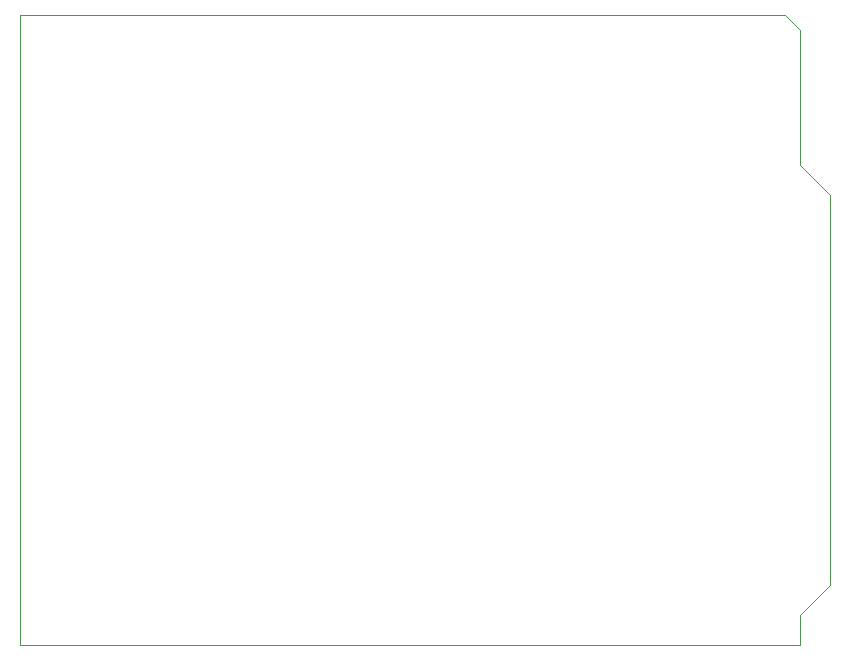
<source format=gbr>
G04 GERBER ASCII OUTPUT FROM: EDWINXP (VER. 1.61 REV. 20080915)*
G04 GERBER FORMAT: RX-274-X*
G04 BOARD: AMICUS - SOLDERBOARD*
G04 ARTWORK OF Z POSITIVE*
%ASAXBY*%
%FSLAX23Y23*%
%MIA0B0*%
%MOIN*%
%OFA0.0000B0.0000*%
%SFA1B1*%
%IJA0B0*%
%INLAYER28POS*%
%IOA0B0*%
%IPPOS*%
%IR0*%
G04 APERTURE MACROS*
%AMEDWDONUT*
1,1,$1,$2,$3*
1,0,$4,$2,$3*
%
%AMEDWFRECT*
20,1,$1,$2,$3,$4,$5,$6*
%
%AMEDWORECT*
20,1,$1,$2,$3,$4,$5,$10*
20,1,$1,$4,$5,$6,$7,$10*
20,1,$1,$6,$7,$8,$9,$10*
20,1,$1,$8,$9,$2,$3,$10*
1,1,$1,$2,$3*
1,1,$1,$4,$5*
1,1,$1,$6,$7*
1,1,$1,$8,$9*
%
%AMEDWLINER*
20,1,$1,$2,$3,$4,$5,$6*
1,1,$1,$2,$3*
1,1,$1,$4,$5*
%
%AMEDWFTRNG*
4,1,3,$1,$2,$3,$4,$5,$6,$7,$8,$9*
%
%AMEDWATRNG*
4,1,3,$1,$2,$3,$4,$5,$6,$7,$8,$9*
20,1,$11,$1,$2,$3,$4,$10*
20,1,$11,$3,$4,$5,$6,$10*
20,1,$11,$5,$6,$7,$8,$10*
1,1,$11,$3,$4*
1,1,$11,$5,$6*
1,1,$11,$7,$8*
%
%AMEDWOTRNG*
20,1,$1,$2,$3,$4,$5,$8*
20,1,$1,$4,$5,$6,$7,$8*
20,1,$1,$6,$7,$2,$3,$8*
1,1,$1,$2,$3*
1,1,$1,$4,$5*
1,1,$1,$6,$7*
%
G04*
G04 APERTURE LIST*
%ADD10R,0.0700X0.0650*%
%ADD11R,0.0940X0.0890*%
%ADD12R,0.0600X0.0550*%
%ADD13R,0.0840X0.0790*%
%ADD14R,0.0650X0.0700*%
%ADD15R,0.0890X0.0940*%
%ADD16R,0.0550X0.0600*%
%ADD17R,0.0790X0.0840*%
%ADD18R,0.0860X0.0860*%
%ADD19R,0.1100X0.1100*%
%ADD20R,0.0700X0.0700*%
%ADD21R,0.0940X0.0940*%
%ADD22C,0.00039*%
%ADD24C,0.0010*%
%ADD26C,0.00118*%
%ADD28C,0.0020*%
%ADD29R,0.0020X0.0020*%
%ADD30C,0.0030*%
%ADD31R,0.0030X0.0030*%
%ADD32C,0.0040*%
%ADD33R,0.0040X0.0040*%
%ADD34C,0.00472*%
%ADD36C,0.0050*%
%ADD37R,0.0050X0.0050*%
%ADD38C,0.00512*%
%ADD39R,0.00512X0.00512*%
%ADD40C,0.00551*%
%ADD41R,0.00551X0.00551*%
%ADD42C,0.00591*%
%ADD43R,0.00591X0.00591*%
%ADD44C,0.00659*%
%ADD45R,0.00659X0.00659*%
%ADD46C,0.00787*%
%ADD47R,0.00787X0.00787*%
%ADD48C,0.00799*%
%ADD50C,0.0080*%
%ADD52C,0.00984*%
%ADD53R,0.00984X0.00984*%
%ADD54C,0.0100*%
%ADD56C,0.0120*%
%ADD58C,0.0130*%
%ADD59R,0.0130X0.0130*%
%ADD60C,0.0150*%
%ADD61R,0.0150X0.0150*%
%ADD62C,0.01575*%
%ADD64C,0.0160*%
%ADD66C,0.01969*%
%ADD67R,0.01969X0.01969*%
%ADD68C,0.0200*%
%ADD69R,0.0200X0.0200*%
%ADD70C,0.0240*%
%ADD71R,0.0240X0.0240*%
%ADD72C,0.0250*%
%ADD73R,0.0250X0.0250*%
%ADD74C,0.0290*%
%ADD76C,0.02951*%
%ADD77R,0.02951X0.02951*%
%ADD78C,0.02991*%
%ADD79R,0.02991X0.02991*%
%ADD80C,0.0300*%
%ADD81R,0.0300X0.0300*%
%ADD82C,0.03059*%
%ADD83R,0.03059X0.03059*%
%ADD84C,0.03199*%
%ADD85R,0.03199X0.03199*%
%ADD86C,0.0320*%
%ADD87R,0.0320X0.0320*%
%ADD88C,0.0350*%
%ADD89R,0.0350X0.0350*%
%ADD90C,0.0360*%
%ADD92C,0.0370*%
%ADD93R,0.0370X0.0370*%
%ADD94C,0.0390*%
%ADD95R,0.0390X0.0390*%
%ADD96C,0.03937*%
%ADD97R,0.03937X0.03937*%
%ADD98C,0.03975*%
%ADD99R,0.03975X0.03975*%
%ADD100C,0.0400*%
%ADD101R,0.0400X0.0400*%
%ADD102C,0.04173*%
%ADD103R,0.04173X0.04173*%
%ADD104C,0.0440*%
%ADD105R,0.0440X0.0440*%
%ADD106C,0.0450*%
%ADD107R,0.0450X0.0450*%
%ADD108C,0.0470*%
%ADD109R,0.0470X0.0470*%
%ADD110C,0.04724*%
%ADD111R,0.04724X0.04724*%
%ADD112C,0.0490*%
%ADD113R,0.0490X0.0490*%
%ADD114C,0.0500*%
%ADD115R,0.0500X0.0500*%
%ADD116C,0.05118*%
%ADD117R,0.05118X0.05118*%
%ADD118C,0.0540*%
%ADD119R,0.0540X0.0540*%
%ADD120C,0.0560*%
%ADD121R,0.0560X0.0560*%
%ADD122C,0.0570*%
%ADD123R,0.0570X0.0570*%
%ADD124C,0.0590*%
%ADD125R,0.0590X0.0590*%
%ADD126C,0.05906*%
%ADD127R,0.05906X0.05906*%
%ADD128C,0.0600*%
%ADD129R,0.0600X0.0600*%
%ADD130C,0.0620*%
%ADD132C,0.06201*%
%ADD134C,0.06337*%
%ADD135R,0.06337X0.06337*%
%ADD136C,0.0640*%
%ADD137R,0.0640X0.0640*%
%ADD138C,0.0650*%
%ADD139R,0.0650X0.0650*%
%ADD140C,0.06693*%
%ADD141R,0.06693X0.06693*%
%ADD142C,0.0690*%
%ADD143R,0.0690X0.0690*%
%ADD144C,0.06906*%
%ADD145R,0.06906X0.06906*%
%ADD146C,0.0700*%
%ADD147R,0.0700X0.0700*%
%ADD148C,0.0710*%
%ADD149R,0.0710X0.0710*%
%ADD150C,0.07124*%
%ADD151R,0.07124X0.07124*%
%ADD152C,0.0740*%
%ADD153R,0.0740X0.0740*%
%ADD154C,0.0750*%
%ADD155R,0.0750X0.0750*%
%ADD156C,0.07598*%
%ADD158C,0.0760*%
%ADD160C,0.07874*%
%ADD162C,0.0800*%
%ADD163R,0.0800X0.0800*%
%ADD164C,0.0810*%
%ADD165R,0.0810X0.0810*%
%ADD166C,0.08306*%
%ADD167R,0.08306X0.08306*%
%ADD168C,0.0840*%
%ADD169R,0.0840X0.0840*%
%ADD170C,0.08598*%
%ADD172C,0.0860*%
%ADD173R,0.0860X0.0860*%
%ADD174C,0.08601*%
%ADD176C,0.0870*%
%ADD177R,0.0870X0.0870*%
%ADD178C,0.0890*%
%ADD179R,0.0890X0.0890*%
%ADD180C,0.0900*%
%ADD181R,0.0900X0.0900*%
%ADD182C,0.09093*%
%ADD183R,0.09093X0.09093*%
%ADD184C,0.0940*%
%ADD185R,0.0940X0.0940*%
%ADD186C,0.0970*%
%ADD187R,0.0970X0.0970*%
%ADD188C,0.09843*%
%ADD189R,0.09843X0.09843*%
%ADD190C,0.0990*%
%ADD191R,0.0990X0.0990*%
%ADD192C,0.09998*%
%ADD194C,0.1000*%
%ADD195R,0.1000X0.1000*%
%ADD196C,0.10274*%
%ADD198C,0.1040*%
%ADD199R,0.1040X0.1040*%
%ADD200C,0.10998*%
%ADD202C,0.1100*%
%ADD203R,0.1100X0.1100*%
%ADD204C,0.1110*%
%ADD205R,0.1110X0.1110*%
%ADD206C,0.1120*%
%ADD207R,0.1120X0.1120*%
%ADD208C,0.1140*%
%ADD209R,0.1140X0.1140*%
%ADD210C,0.1150*%
%ADD211R,0.1150X0.1150*%
%ADD212C,0.1200*%
%ADD213R,0.1200X0.1200*%
%ADD214C,0.1210*%
%ADD215R,0.1210X0.1210*%
%ADD216C,0.1240*%
%ADD217R,0.1240X0.1240*%
%ADD218C,0.1250*%
%ADD219R,0.1250X0.1250*%
%ADD220C,0.12992*%
%ADD221R,0.12992X0.12992*%
%ADD222C,0.1300*%
%ADD223R,0.1300X0.1300*%
%ADD224C,0.1340*%
%ADD225R,0.1340X0.1340*%
%ADD226C,0.1390*%
%ADD227R,0.1390X0.1390*%
%ADD228C,0.1420*%
%ADD229R,0.1420X0.1420*%
%ADD230C,0.1440*%
%ADD231R,0.1440X0.1440*%
%ADD232C,0.1490*%
%ADD233R,0.1490X0.1490*%
%ADD234C,0.1520*%
%ADD235R,0.1520X0.1520*%
%ADD236C,0.15374*%
%ADD237R,0.15374X0.15374*%
%ADD238C,0.1540*%
%ADD239R,0.1540X0.1540*%
%ADD240C,0.1660*%
%ADD241R,0.1660X0.1660*%
%ADD242C,0.17323*%
%ADD244C,0.1760*%
%ADD245R,0.1760X0.1760*%
%ADD246C,0.17774*%
%ADD247R,0.17774X0.17774*%
%ADD248C,0.18504*%
%ADD250C,0.18898*%
%ADD252C,0.20904*%
%ADD254C,0.2126*%
%ADD256C,0.21298*%
%ADD258C,0.22835*%
%ADD261R,0.23622X0.23622*%
%ADD263R,0.24937X0.24937*%
%ADD265R,0.26022X0.26022*%
%ADD267R,0.27337X0.27337*%
%ADD269R,0.31496X0.31496*%
%ADD271R,0.32811X0.32811*%
%ADD273R,0.33896X0.33896*%
%ADD275R,0.35211X0.35211*%
%ADD276C,0.45211*%
%ADD277R,0.45211X0.45211*%
%ADD278C,0.55211*%
%ADD279R,0.55211X0.55211*%
%ADD280C,0.65211*%
%ADD281R,0.65211X0.65211*%
%ADD282C,0.75211*%
%ADD283R,0.75211X0.75211*%
%ADD284C,0.85211*%
%ADD285R,0.85211X0.85211*%
%ADD286C,0.95211*%
%ADD287R,0.95211X0.95211*%
%ADD288C,1.05211*%
%ADD289R,1.05211X1.05211*%
%ADD290C,1.15211*%
%ADD291R,1.15211X1.15211*%
%ADD292C,1.25211*%
%ADD293R,1.25211X1.25211*%
%ADD294C,1.35211*%
%ADD295R,1.35211X1.35211*%
%ADD296C,1.45211*%
%ADD297R,1.45211X1.45211*%
%ADD298C,1.55211*%
%ADD299R,1.55211X1.55211*%
%ADD300C,1.65211*%
%ADD301R,1.65211X1.65211*%
%ADD302C,1.75211*%
%ADD303R,1.75211X1.75211*%
%ADD304C,1.85211*%
%ADD305R,1.85211X1.85211*%
%ADD306C,1.95211*%
%ADD307R,1.95211X1.95211*%
G04*
D22* 
X0Y0D02*
X2600Y0D01*
X2600Y100D01*
X2700Y200D01*
X2700Y1500D01*
X2600Y1600D01*
X2600Y2050D01*
X2550Y2100D01*
X0Y2100D01*
X0Y0D01*
M02*

</source>
